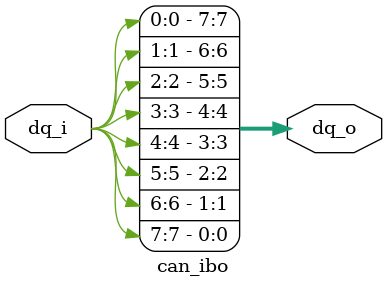
<source format=v>


module can_ibo
( 
  dq_i,
  dq_o
);

input   [7:0] dq_i;
output  [7:0] dq_o;

assign dq_o[0] = dq_i[7];
assign dq_o[1] = dq_i[6];
assign dq_o[2] = dq_i[5];
assign dq_o[3] = dq_i[4];
assign dq_o[4] = dq_i[3];
assign dq_o[5] = dq_i[2];
assign dq_o[6] = dq_i[1];
assign dq_o[7] = dq_i[0];

endmodule

</source>
